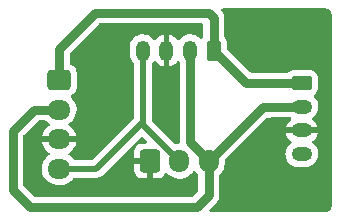
<source format=gbr>
G04 #@! TF.GenerationSoftware,KiCad,Pcbnew,7.0.1*
G04 #@! TF.CreationDate,2023-08-14T23:40:13-05:00*
G04 #@! TF.ProjectId,ButtonToActionChallenge,42757474-6f6e-4546-9f41-6374696f6e43,rev?*
G04 #@! TF.SameCoordinates,Original*
G04 #@! TF.FileFunction,Copper,L1,Top*
G04 #@! TF.FilePolarity,Positive*
%FSLAX46Y46*%
G04 Gerber Fmt 4.6, Leading zero omitted, Abs format (unit mm)*
G04 Created by KiCad (PCBNEW 7.0.1) date 2023-08-14 23:40:13*
%MOMM*%
%LPD*%
G01*
G04 APERTURE LIST*
G04 Aperture macros list*
%AMRoundRect*
0 Rectangle with rounded corners*
0 $1 Rounding radius*
0 $2 $3 $4 $5 $6 $7 $8 $9 X,Y pos of 4 corners*
0 Add a 4 corners polygon primitive as box body*
4,1,4,$2,$3,$4,$5,$6,$7,$8,$9,$2,$3,0*
0 Add four circle primitives for the rounded corners*
1,1,$1+$1,$2,$3*
1,1,$1+$1,$4,$5*
1,1,$1+$1,$6,$7*
1,1,$1+$1,$8,$9*
0 Add four rect primitives between the rounded corners*
20,1,$1+$1,$2,$3,$4,$5,0*
20,1,$1+$1,$4,$5,$6,$7,0*
20,1,$1+$1,$6,$7,$8,$9,0*
20,1,$1+$1,$8,$9,$2,$3,0*%
G04 Aperture macros list end*
G04 #@! TA.AperFunction,ComponentPad*
%ADD10RoundRect,0.250000X0.350000X0.625000X-0.350000X0.625000X-0.350000X-0.625000X0.350000X-0.625000X0*%
G04 #@! TD*
G04 #@! TA.AperFunction,ComponentPad*
%ADD11O,1.200000X1.750000*%
G04 #@! TD*
G04 #@! TA.AperFunction,ComponentPad*
%ADD12RoundRect,0.250000X-0.600000X-0.725000X0.600000X-0.725000X0.600000X0.725000X-0.600000X0.725000X0*%
G04 #@! TD*
G04 #@! TA.AperFunction,ComponentPad*
%ADD13O,1.700000X1.950000*%
G04 #@! TD*
G04 #@! TA.AperFunction,ComponentPad*
%ADD14RoundRect,0.250000X-0.725000X0.600000X-0.725000X-0.600000X0.725000X-0.600000X0.725000X0.600000X0*%
G04 #@! TD*
G04 #@! TA.AperFunction,ComponentPad*
%ADD15O,1.950000X1.700000*%
G04 #@! TD*
G04 #@! TA.AperFunction,ComponentPad*
%ADD16RoundRect,0.250000X-0.625000X0.350000X-0.625000X-0.350000X0.625000X-0.350000X0.625000X0.350000X0*%
G04 #@! TD*
G04 #@! TA.AperFunction,ComponentPad*
%ADD17O,1.750000X1.200000*%
G04 #@! TD*
G04 #@! TA.AperFunction,ViaPad*
%ADD18C,0.800000*%
G04 #@! TD*
G04 #@! TA.AperFunction,Conductor*
%ADD19C,0.762000*%
G04 #@! TD*
G04 #@! TA.AperFunction,Conductor*
%ADD20C,0.508000*%
G04 #@! TD*
G04 APERTURE END LIST*
D10*
X152812000Y-68622000D03*
D11*
X150812000Y-68622000D03*
X148812000Y-68622000D03*
X146812000Y-68622000D03*
D12*
X147400000Y-77978000D03*
D13*
X149900000Y-77978000D03*
X152400000Y-77978000D03*
D14*
X139717000Y-71120000D03*
D15*
X139717000Y-73620000D03*
X139717000Y-76120000D03*
X139717000Y-78620000D03*
D16*
X160274000Y-71374000D03*
D17*
X160274000Y-73374000D03*
X160274000Y-75374000D03*
X160274000Y-77374000D03*
D18*
X142494000Y-75438000D03*
X156800000Y-81500000D03*
X148844000Y-72898000D03*
X143400000Y-68800000D03*
X156500000Y-77000000D03*
X143400000Y-80100000D03*
X159200000Y-67600000D03*
X148800000Y-80200000D03*
D19*
X155564000Y-71374000D02*
X152812000Y-68622000D01*
X139717000Y-68461000D02*
X139717000Y-71120000D01*
X152812000Y-65842000D02*
X152400000Y-65430000D01*
X152812000Y-68622000D02*
X152812000Y-65842000D01*
X142748000Y-65430000D02*
X139717000Y-68461000D01*
X160274000Y-71374000D02*
X155564000Y-71374000D01*
X152400000Y-65430000D02*
X142748000Y-65430000D01*
X137262000Y-81890000D02*
X135788000Y-80416000D01*
X150812000Y-76390000D02*
X152400000Y-77978000D01*
X135788000Y-75438000D02*
X137606000Y-73620000D01*
X137606000Y-73620000D02*
X139717000Y-73620000D01*
X151384000Y-81890000D02*
X137262000Y-81890000D01*
X157512000Y-73374000D02*
X160274000Y-73374000D01*
X152400000Y-77978000D02*
X152400000Y-80874000D01*
X135788000Y-80416000D02*
X135788000Y-75438000D01*
X150812000Y-68622000D02*
X150812000Y-76390000D01*
X157480000Y-73406000D02*
X157512000Y-73374000D01*
X152400000Y-80874000D02*
X151384000Y-81890000D01*
X156972000Y-73406000D02*
X157480000Y-73406000D01*
X152400000Y-77978000D02*
X156972000Y-73406000D01*
D20*
X146812000Y-74890000D02*
X149900000Y-77978000D01*
X146812000Y-74676000D02*
X146812000Y-74890000D01*
X146812000Y-68622000D02*
X146812000Y-74676000D01*
X139717000Y-78620000D02*
X142868000Y-78620000D01*
X142868000Y-78620000D02*
X146812000Y-74676000D01*
G04 #@! TA.AperFunction,Conductor*
G36*
X162314058Y-65050561D02*
G01*
X162328353Y-65052442D01*
X162414697Y-65063810D01*
X162445954Y-65072184D01*
X162532170Y-65107896D01*
X162560200Y-65124080D01*
X162634229Y-65180884D01*
X162657115Y-65203770D01*
X162663291Y-65211818D01*
X162713919Y-65277799D01*
X162730103Y-65305830D01*
X162765813Y-65392040D01*
X162774190Y-65423306D01*
X162787439Y-65523941D01*
X162788500Y-65540126D01*
X162788500Y-81779874D01*
X162787439Y-81796060D01*
X162774190Y-81896694D01*
X162765812Y-81927962D01*
X162730103Y-82014169D01*
X162713919Y-82042200D01*
X162657118Y-82116226D01*
X162634226Y-82139118D01*
X162560200Y-82195919D01*
X162532169Y-82212103D01*
X162445962Y-82247812D01*
X162414694Y-82256189D01*
X162314057Y-82269439D01*
X162297874Y-82270500D01*
X152560805Y-82270500D01*
X152504510Y-82256985D01*
X152460487Y-82219385D01*
X152438332Y-82165898D01*
X152442874Y-82108182D01*
X152473124Y-82058819D01*
X152586001Y-81945941D01*
X152972570Y-81559371D01*
X152987351Y-81546746D01*
X152998470Y-81538669D01*
X153043286Y-81488894D01*
X153047717Y-81484224D01*
X153061937Y-81470006D01*
X153074585Y-81454385D01*
X153078772Y-81449484D01*
X153123585Y-81399715D01*
X153130449Y-81387823D01*
X153141463Y-81371798D01*
X153150107Y-81361125D01*
X153180514Y-81301443D01*
X153183585Y-81295788D01*
X153217075Y-81237785D01*
X153221319Y-81224721D01*
X153228760Y-81206756D01*
X153234994Y-81194524D01*
X153252325Y-81129842D01*
X153254157Y-81123654D01*
X153274855Y-81059956D01*
X153276288Y-81046311D01*
X153279833Y-81027182D01*
X153283389Y-81013915D01*
X153286893Y-80947023D01*
X153287396Y-80940621D01*
X153289500Y-80920620D01*
X153289500Y-80900545D01*
X153289670Y-80894056D01*
X153289681Y-80893835D01*
X153293174Y-80827190D01*
X153291026Y-80813633D01*
X153289500Y-80794236D01*
X153289500Y-79185905D01*
X153300508Y-79134829D01*
X153331577Y-79092821D01*
X153339983Y-79085422D01*
X153384324Y-79046398D01*
X153529600Y-78866476D01*
X153642380Y-78664591D01*
X153719419Y-78446550D01*
X153719420Y-78446547D01*
X153758500Y-78218628D01*
X153758500Y-77928805D01*
X153767939Y-77881352D01*
X153794819Y-77841124D01*
X154314927Y-77321016D01*
X158886719Y-77321016D01*
X158896792Y-77532474D01*
X158946702Y-77738204D01*
X158979157Y-77809270D01*
X159034645Y-77930774D01*
X159098125Y-78019918D01*
X159157441Y-78103215D01*
X159310654Y-78249303D01*
X159383523Y-78296133D01*
X159488743Y-78363755D01*
X159528183Y-78379544D01*
X159685279Y-78442436D01*
X159814898Y-78467418D01*
X159893150Y-78482500D01*
X159893151Y-78482500D01*
X160601798Y-78482500D01*
X160601803Y-78482500D01*
X160759739Y-78467419D01*
X160962862Y-78407777D01*
X161151026Y-78310771D01*
X161317432Y-78179908D01*
X161456065Y-78019918D01*
X161561913Y-77836582D01*
X161631153Y-77636527D01*
X161661281Y-77426984D01*
X161651208Y-77215526D01*
X161601298Y-77009796D01*
X161513356Y-76817229D01*
X161513355Y-76817228D01*
X161513354Y-76817225D01*
X161390560Y-76644787D01*
X161390559Y-76644785D01*
X161237346Y-76498697D01*
X161197266Y-76472939D01*
X161156919Y-76430624D01*
X161140446Y-76374524D01*
X161151512Y-76317112D01*
X161187654Y-76271153D01*
X161311540Y-76173727D01*
X161449111Y-76014963D01*
X161554146Y-75833036D01*
X161622856Y-75634511D01*
X161624368Y-75624000D01*
X158927742Y-75624000D01*
X158954770Y-75735410D01*
X159042039Y-75926505D01*
X159163892Y-76097621D01*
X159315931Y-76242591D01*
X159350236Y-76264637D01*
X159390584Y-76306952D01*
X159407057Y-76363052D01*
X159395992Y-76420464D01*
X159359849Y-76466423D01*
X159230569Y-76568090D01*
X159091932Y-76728085D01*
X158986088Y-76911414D01*
X158916846Y-77111473D01*
X158889657Y-77300581D01*
X158886719Y-77321016D01*
X154314927Y-77321016D01*
X157304124Y-74331819D01*
X157344352Y-74304939D01*
X157391805Y-74295500D01*
X157400236Y-74295500D01*
X157419633Y-74297026D01*
X157433190Y-74299174D01*
X157500055Y-74295670D01*
X157506545Y-74295500D01*
X157526615Y-74295500D01*
X157526620Y-74295500D01*
X157546621Y-74293396D01*
X157553023Y-74292893D01*
X157619915Y-74289389D01*
X157633182Y-74285833D01*
X157652311Y-74282288D01*
X157665956Y-74280855D01*
X157700691Y-74269568D01*
X157739009Y-74263500D01*
X159273363Y-74263500D01*
X159332271Y-74278386D01*
X159377035Y-74319470D01*
X159396908Y-74376889D01*
X159387118Y-74436855D01*
X159350015Y-74484970D01*
X159236461Y-74574269D01*
X159098888Y-74733036D01*
X158993853Y-74914963D01*
X158925143Y-75113488D01*
X158923631Y-75123999D01*
X158923632Y-75124000D01*
X161620257Y-75124000D01*
X161593229Y-75012589D01*
X161505960Y-74821494D01*
X161384107Y-74650378D01*
X161232064Y-74505405D01*
X161197763Y-74483361D01*
X161157415Y-74441046D01*
X161140942Y-74384946D01*
X161152008Y-74327534D01*
X161188149Y-74281576D01*
X161317432Y-74179908D01*
X161456065Y-74019918D01*
X161561913Y-73836582D01*
X161631153Y-73636527D01*
X161661281Y-73426984D01*
X161651208Y-73215526D01*
X161601298Y-73009796D01*
X161513356Y-72817229D01*
X161513355Y-72817228D01*
X161513354Y-72817225D01*
X161417354Y-72682413D01*
X161390559Y-72644785D01*
X161294941Y-72553613D01*
X161264131Y-72506667D01*
X161257188Y-72450942D01*
X161275538Y-72397869D01*
X161315414Y-72358334D01*
X161372652Y-72323030D01*
X161498030Y-72197652D01*
X161591115Y-72046738D01*
X161646887Y-71878426D01*
X161657500Y-71774545D01*
X161657499Y-70973456D01*
X161646887Y-70869574D01*
X161591115Y-70701262D01*
X161498030Y-70550348D01*
X161498029Y-70550347D01*
X161498028Y-70550345D01*
X161372654Y-70424971D01*
X161221736Y-70331884D01*
X161053426Y-70276112D01*
X160959173Y-70266483D01*
X160949544Y-70265500D01*
X159598455Y-70265500D01*
X159494574Y-70276112D01*
X159326263Y-70331884D01*
X159175345Y-70424971D01*
X159152136Y-70448181D01*
X159111908Y-70475061D01*
X159064455Y-70484500D01*
X155983805Y-70484500D01*
X155936352Y-70475061D01*
X155896124Y-70448181D01*
X153956818Y-68508875D01*
X153929938Y-68468647D01*
X153920499Y-68421194D01*
X153920499Y-67946455D01*
X153909887Y-67842574D01*
X153887702Y-67775623D01*
X153854115Y-67674262D01*
X153761030Y-67523348D01*
X153761029Y-67523347D01*
X153761028Y-67523345D01*
X153737819Y-67500136D01*
X153710939Y-67459908D01*
X153701500Y-67412455D01*
X153701500Y-65921764D01*
X153703027Y-65902365D01*
X153705174Y-65888810D01*
X153701670Y-65821944D01*
X153701500Y-65815455D01*
X153701500Y-65795379D01*
X153699402Y-65775426D01*
X153698892Y-65768947D01*
X153695389Y-65702087D01*
X153695389Y-65702085D01*
X153691833Y-65688817D01*
X153688288Y-65669684D01*
X153686855Y-65656045D01*
X153666165Y-65592369D01*
X153664321Y-65586142D01*
X153646994Y-65521476D01*
X153640765Y-65509251D01*
X153633316Y-65491269D01*
X153629075Y-65478215D01*
X153597373Y-65423307D01*
X153595593Y-65420223D01*
X153592507Y-65414539D01*
X153562107Y-65354875D01*
X153553467Y-65344207D01*
X153542446Y-65328170D01*
X153535586Y-65316287D01*
X153535585Y-65316285D01*
X153490770Y-65266512D01*
X153486569Y-65261593D01*
X153478425Y-65251536D01*
X153451651Y-65188075D01*
X153462870Y-65120117D01*
X153508623Y-65068630D01*
X153574791Y-65049500D01*
X162297715Y-65049500D01*
X162297874Y-65049500D01*
X162314058Y-65050561D01*
G37*
G04 #@! TD.AperFunction*
G04 #@! TA.AperFunction,Conductor*
G36*
X151860500Y-66336113D02*
G01*
X151905887Y-66381500D01*
X151922500Y-66443500D01*
X151922500Y-67412455D01*
X151913061Y-67459908D01*
X151886181Y-67500136D01*
X151862970Y-67523346D01*
X151829389Y-67577789D01*
X151787335Y-67619208D01*
X151730895Y-67636491D01*
X151672860Y-67625722D01*
X151626381Y-67589342D01*
X151617908Y-67578568D01*
X151457918Y-67439935D01*
X151457916Y-67439934D01*
X151457914Y-67439932D01*
X151274585Y-67334088D01*
X151074526Y-67264846D01*
X150864985Y-67234719D01*
X150864984Y-67234719D01*
X150759255Y-67239755D01*
X150653525Y-67244792D01*
X150447796Y-67294702D01*
X150255225Y-67382645D01*
X150082787Y-67505439D01*
X149936697Y-67658653D01*
X149910939Y-67698734D01*
X149868623Y-67739081D01*
X149812524Y-67755553D01*
X149755112Y-67744487D01*
X149709154Y-67708345D01*
X149611730Y-67584461D01*
X149452963Y-67446888D01*
X149271036Y-67341853D01*
X149072511Y-67273143D01*
X149062000Y-67271631D01*
X149062000Y-69968257D01*
X149173410Y-69941229D01*
X149364505Y-69853960D01*
X149535621Y-69732107D01*
X149680592Y-69580066D01*
X149694185Y-69558917D01*
X149740634Y-69516287D01*
X149802041Y-69502008D01*
X149862533Y-69519770D01*
X149906473Y-69564982D01*
X149922500Y-69625957D01*
X149922500Y-76310236D01*
X149920973Y-76329635D01*
X149918825Y-76343192D01*
X149920077Y-76367083D01*
X149906544Y-76430230D01*
X149863094Y-76478008D01*
X149801512Y-76497457D01*
X149726822Y-76500630D01*
X149607049Y-76526443D01*
X149545876Y-76524169D01*
X149493245Y-76492907D01*
X147610819Y-74610481D01*
X147583939Y-74570253D01*
X147574500Y-74522800D01*
X147574500Y-69753293D01*
X147583382Y-69707207D01*
X147608757Y-69667724D01*
X147648581Y-69625957D01*
X147687303Y-69585346D01*
X147713060Y-69545266D01*
X147755374Y-69504919D01*
X147811474Y-69488446D01*
X147868886Y-69499511D01*
X147914845Y-69535654D01*
X148012269Y-69659537D01*
X148171036Y-69797111D01*
X148352963Y-69902146D01*
X148551488Y-69970856D01*
X148562000Y-69972368D01*
X148562000Y-67275742D01*
X148450589Y-67302770D01*
X148259494Y-67390039D01*
X148088378Y-67511892D01*
X147943406Y-67663933D01*
X147921361Y-67698237D01*
X147879045Y-67738585D01*
X147822946Y-67755057D01*
X147765534Y-67743991D01*
X147719576Y-67707850D01*
X147617908Y-67578568D01*
X147457918Y-67439935D01*
X147457916Y-67439934D01*
X147457914Y-67439932D01*
X147274585Y-67334088D01*
X147074526Y-67264846D01*
X146864985Y-67234719D01*
X146864984Y-67234719D01*
X146759255Y-67239755D01*
X146653525Y-67244792D01*
X146447796Y-67294702D01*
X146255225Y-67382645D01*
X146082787Y-67505439D01*
X145936696Y-67658655D01*
X145822244Y-67836743D01*
X145743563Y-68033281D01*
X145703500Y-68241150D01*
X145703500Y-68949798D01*
X145718581Y-69107742D01*
X145778222Y-69310860D01*
X145875230Y-69499029D01*
X146006090Y-69665430D01*
X146006703Y-69665961D01*
X146010562Y-69671116D01*
X146013411Y-69674739D01*
X146013324Y-69674806D01*
X146038294Y-69708163D01*
X146049500Y-69759674D01*
X146049500Y-74308800D01*
X146040061Y-74356253D01*
X146013181Y-74396481D01*
X142588481Y-77821181D01*
X142548253Y-77848061D01*
X142500800Y-77857500D01*
X141036678Y-77857500D01*
X140985602Y-77846492D01*
X140943594Y-77815423D01*
X140875632Y-77738203D01*
X140785398Y-77635676D01*
X140657584Y-77532474D01*
X140605473Y-77490397D01*
X140573969Y-77472798D01*
X140529123Y-77429994D01*
X140510603Y-77370830D01*
X140523039Y-77310095D01*
X140563321Y-77262970D01*
X140713078Y-77158109D01*
X140880106Y-76991081D01*
X141015600Y-76797576D01*
X141115430Y-76583492D01*
X141172636Y-76370000D01*
X138261364Y-76370000D01*
X138318569Y-76583492D01*
X138418400Y-76797578D01*
X138553890Y-76991078D01*
X138720918Y-77158106D01*
X138871911Y-77263833D01*
X138911012Y-77308606D01*
X138924783Y-77366431D01*
X138910059Y-77424022D01*
X138870224Y-77468143D01*
X138735477Y-77559216D01*
X138568523Y-77719228D01*
X138431015Y-77905152D01*
X138326905Y-78111642D01*
X138259189Y-78332756D01*
X138229816Y-78562137D01*
X138239630Y-78793175D01*
X138288351Y-79019240D01*
X138374572Y-79233809D01*
X138374574Y-79233813D01*
X138466931Y-79383809D01*
X138495822Y-79430731D01*
X138648600Y-79604322D01*
X138828524Y-79749600D01*
X139030408Y-79862380D01*
X139248452Y-79939420D01*
X139476372Y-79978500D01*
X139476375Y-79978500D01*
X139899713Y-79978500D01*
X139899716Y-79978500D01*
X139973729Y-79972200D01*
X140072418Y-79963801D01*
X140296207Y-79905530D01*
X140506929Y-79810278D01*
X140698523Y-79680783D01*
X140865476Y-79520772D01*
X140915600Y-79453000D01*
X140930565Y-79432766D01*
X140974436Y-79395777D01*
X141030261Y-79382500D01*
X142803418Y-79382500D01*
X142821388Y-79383809D01*
X142825082Y-79384350D01*
X142845672Y-79387366D01*
X142895895Y-79382972D01*
X142906703Y-79382500D01*
X142912412Y-79382500D01*
X142943752Y-79378836D01*
X142947280Y-79378476D01*
X143023240Y-79371831D01*
X143023243Y-79371829D01*
X143024363Y-79371732D01*
X143043984Y-79367382D01*
X143045037Y-79366998D01*
X143045042Y-79366998D01*
X143116757Y-79340895D01*
X143119991Y-79339771D01*
X143192440Y-79315765D01*
X143192447Y-79315760D01*
X143193514Y-79315407D01*
X143211598Y-79306653D01*
X143218848Y-79301884D01*
X143276274Y-79264113D01*
X143279254Y-79262215D01*
X143344149Y-79222188D01*
X143344148Y-79222188D01*
X143345106Y-79221598D01*
X143360687Y-79208905D01*
X143361458Y-79208087D01*
X143361462Y-79208085D01*
X143413820Y-79152587D01*
X143416266Y-79150069D01*
X144338335Y-78228000D01*
X146050001Y-78228000D01*
X146050001Y-78752979D01*
X146060493Y-78855695D01*
X146115642Y-79022122D01*
X146207683Y-79171345D01*
X146331654Y-79295316D01*
X146480877Y-79387357D01*
X146647303Y-79442506D01*
X146750021Y-79453000D01*
X147150000Y-79453000D01*
X147150000Y-78228000D01*
X146050001Y-78228000D01*
X144338335Y-78228000D01*
X146617322Y-75949014D01*
X146672905Y-75916923D01*
X146737093Y-75916923D01*
X146792680Y-75949017D01*
X147134982Y-76291319D01*
X147165232Y-76340682D01*
X147169774Y-76398398D01*
X147147619Y-76451885D01*
X147103596Y-76489485D01*
X147047301Y-76503000D01*
X146750021Y-76503000D01*
X146647304Y-76513493D01*
X146480877Y-76568642D01*
X146331654Y-76660683D01*
X146207683Y-76784654D01*
X146115642Y-76933877D01*
X146060493Y-77100303D01*
X146050000Y-77203021D01*
X146050000Y-77728000D01*
X147526000Y-77728000D01*
X147588000Y-77744613D01*
X147633387Y-77790000D01*
X147650000Y-77852000D01*
X147650000Y-79452999D01*
X148049979Y-79452999D01*
X148152695Y-79442506D01*
X148319122Y-79387357D01*
X148468345Y-79295316D01*
X148592316Y-79171345D01*
X148684338Y-79022153D01*
X148723807Y-78982317D01*
X148776789Y-78963942D01*
X148832448Y-78970786D01*
X148879399Y-79001448D01*
X148999228Y-79126476D01*
X149185153Y-79263985D01*
X149391643Y-79368095D01*
X149612757Y-79435811D01*
X149842135Y-79465184D01*
X150073178Y-79455369D01*
X150299238Y-79406649D01*
X150513813Y-79320426D01*
X150710730Y-79199179D01*
X150884324Y-79046398D01*
X151029600Y-78866476D01*
X151043030Y-78842434D01*
X151086270Y-78797318D01*
X151146022Y-78779019D01*
X151207110Y-78792184D01*
X151254020Y-78833470D01*
X151276327Y-78866475D01*
X151339217Y-78959523D01*
X151466972Y-79092821D01*
X151476023Y-79102264D01*
X151501558Y-79141830D01*
X151510500Y-79188064D01*
X151510500Y-80454195D01*
X151501061Y-80501648D01*
X151474181Y-80541876D01*
X151051876Y-80964181D01*
X151011648Y-80991061D01*
X150964195Y-81000500D01*
X137681805Y-81000500D01*
X137634352Y-80991061D01*
X137594124Y-80964181D01*
X136713819Y-80083876D01*
X136686939Y-80043648D01*
X136677500Y-79996195D01*
X136677500Y-75857805D01*
X136686939Y-75810352D01*
X136713819Y-75770124D01*
X137938124Y-74545819D01*
X137978352Y-74518939D01*
X138025805Y-74509500D01*
X138509095Y-74509500D01*
X138560171Y-74520508D01*
X138602179Y-74551577D01*
X138648602Y-74604324D01*
X138657560Y-74611557D01*
X138828524Y-74749600D01*
X138860029Y-74767200D01*
X138904875Y-74810005D01*
X138923396Y-74869169D01*
X138910961Y-74929904D01*
X138870679Y-74977029D01*
X138720918Y-75081893D01*
X138553893Y-75248918D01*
X138418399Y-75442423D01*
X138318569Y-75656507D01*
X138261364Y-75869999D01*
X138261364Y-75870000D01*
X141172636Y-75870000D01*
X141172635Y-75869999D01*
X141115430Y-75656507D01*
X141015599Y-75442421D01*
X140880109Y-75248921D01*
X140713081Y-75081893D01*
X140562088Y-74976166D01*
X140522987Y-74931393D01*
X140509216Y-74873567D01*
X140523940Y-74815976D01*
X140563773Y-74771858D01*
X140698523Y-74680783D01*
X140865476Y-74520772D01*
X141002985Y-74334847D01*
X141107095Y-74128357D01*
X141174811Y-73907243D01*
X141204184Y-73677865D01*
X141194369Y-73446822D01*
X141145649Y-73220762D01*
X141059426Y-73006187D01*
X140938179Y-72809270D01*
X140826533Y-72682415D01*
X140785399Y-72635677D01*
X140755778Y-72611760D01*
X140720159Y-72565179D01*
X140709925Y-72507440D01*
X140727366Y-72451455D01*
X140768579Y-72409745D01*
X140915652Y-72319030D01*
X141041030Y-72193652D01*
X141134115Y-72042738D01*
X141189887Y-71874426D01*
X141200500Y-71770545D01*
X141200499Y-70469456D01*
X141189887Y-70365574D01*
X141134115Y-70197262D01*
X141041030Y-70046348D01*
X141041029Y-70046347D01*
X141041028Y-70046345D01*
X140915654Y-69920971D01*
X140883130Y-69900910D01*
X140764738Y-69827885D01*
X140691495Y-69803615D01*
X140647171Y-69777738D01*
X140617123Y-69736126D01*
X140606500Y-69685910D01*
X140606500Y-68880805D01*
X140615939Y-68833352D01*
X140642819Y-68793124D01*
X143080124Y-66355819D01*
X143120352Y-66328939D01*
X143167805Y-66319500D01*
X151798500Y-66319500D01*
X151860500Y-66336113D01*
G37*
G04 #@! TD.AperFunction*
M02*

</source>
